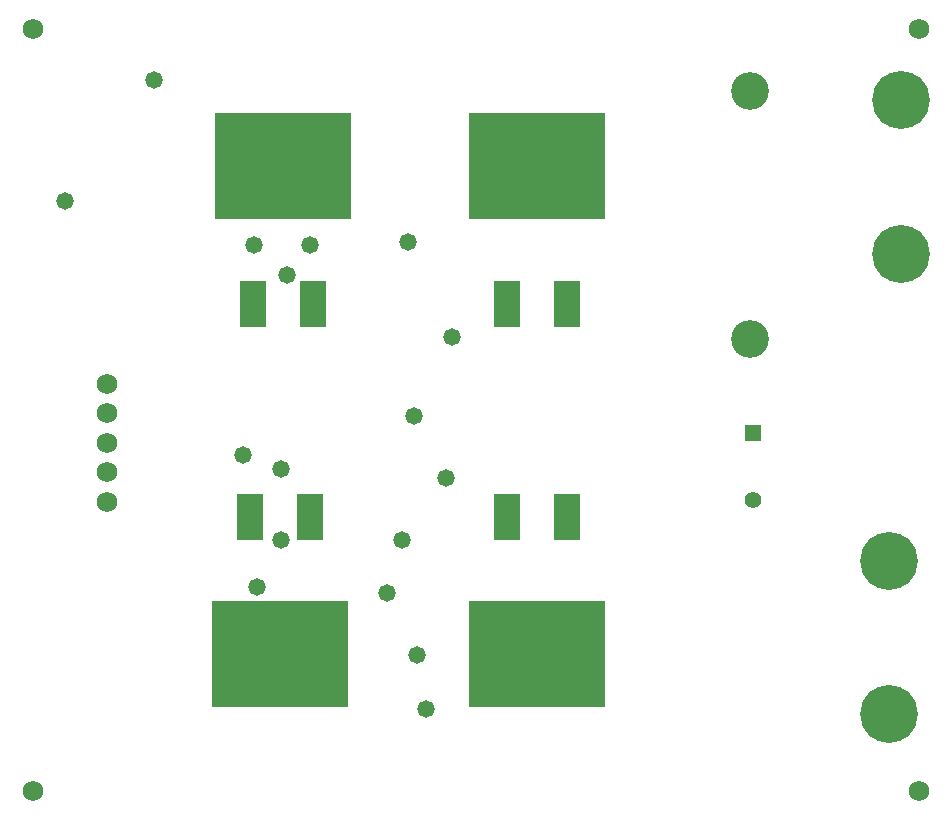
<source format=gbr>
%TF.GenerationSoftware,Altium Limited,Altium Designer,20.0.12 (288)*%
G04 Layer_Color=16711935*
%FSLAX44Y44*%
%MOMM*%
%TF.FileFunction,Soldermask,Bot*%
%TF.Part,Single*%
G01*
G75*
%TA.AperFunction,SMDPad,CuDef*%
%ADD28R,11.6332X9.0932*%
%ADD29R,2.2832X4.0132*%
%TA.AperFunction,ComponentPad*%
%ADD30C,1.4032*%
%ADD31R,1.4032X1.4032*%
%TA.AperFunction,TestPad*%
%ADD32C,4.9000*%
%TA.AperFunction,ViaPad*%
%ADD33C,1.7272*%
%TA.AperFunction,ComponentPad*%
%ADD34C,3.2032*%
%ADD35C,1.7272*%
%TA.AperFunction,ViaPad*%
%ADD36C,1.4732*%
D28*
X454600Y556500D02*
D03*
Y143500D02*
D03*
X239600Y556500D02*
D03*
X237100Y143500D02*
D03*
D29*
X429200Y440000D02*
D03*
X480000D02*
D03*
X429200Y260000D02*
D03*
X480000D02*
D03*
X265000Y440000D02*
D03*
X214200D02*
D03*
X211700Y260000D02*
D03*
X262500D02*
D03*
D30*
X637500Y274500D02*
D03*
D31*
Y330500D02*
D03*
D32*
X762500Y612500D02*
D03*
Y482500D02*
D03*
X752500Y222500D02*
D03*
Y92500D02*
D03*
D33*
X27500Y672500D02*
D03*
Y27500D02*
D03*
X777500D02*
D03*
Y672500D02*
D03*
D34*
X635000Y410000D02*
D03*
Y620000D02*
D03*
D35*
X90000Y272500D02*
D03*
Y297500D02*
D03*
Y322500D02*
D03*
Y347500D02*
D03*
Y372500D02*
D03*
D36*
X345000Y492500D02*
D03*
X55000Y527500D02*
D03*
X205000Y312500D02*
D03*
X339840Y240000D02*
D03*
X382500Y412500D02*
D03*
X262500Y490000D02*
D03*
X242500Y465000D02*
D03*
X352660Y142660D02*
D03*
X360000Y97500D02*
D03*
X350000Y345000D02*
D03*
X217500Y200000D02*
D03*
X237500Y300000D02*
D03*
Y240000D02*
D03*
X327500Y195000D02*
D03*
X377500Y292500D02*
D03*
X130000Y630000D02*
D03*
X215000Y490000D02*
D03*
%TF.MD5,9e03b2b2189aeea920955beae72ea900*%
M02*

</source>
